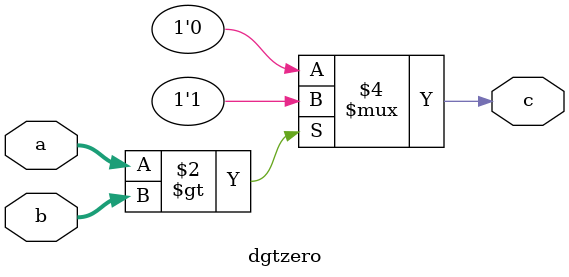
<source format=v>
`timescale 1ns / 1ps
module dgtzero(a,b, c);
input [7:0] a,b;
output reg c;

always @(a or b ) begin
	if (a>b)
		c <=1;
	else
		c<=0;
end

endmodule

</source>
